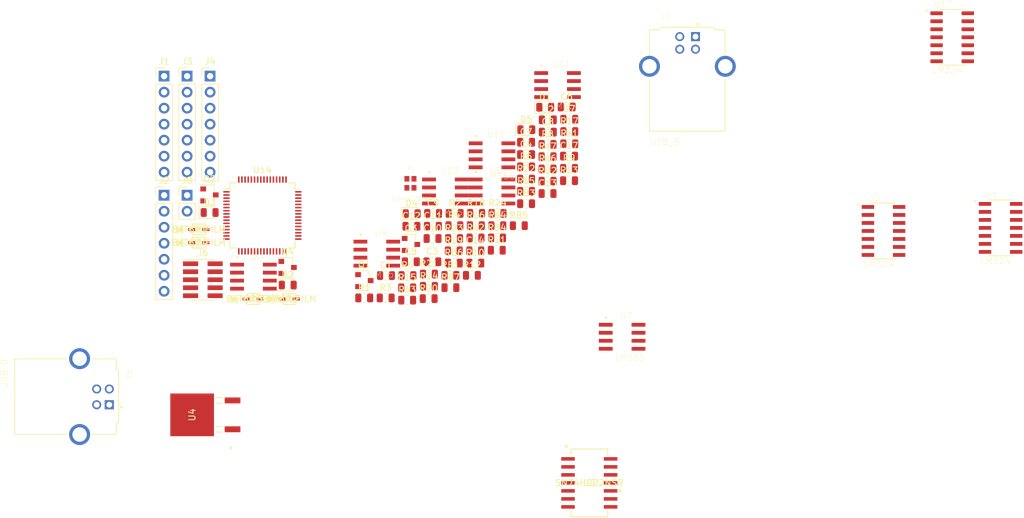
<source format=kicad_pcb>
(kicad_pcb (version 20171130) (host pcbnew "(5.0.1)-4")
  (layers (0 F.Cu signal) (31 B.Cu signal) (34 B.Paste user) (35 F.Paste user) (36 B.SilkS user) (37 F.SilkS user) (38 B.Mask user) (39 F.Mask user) (44 Edge.Cuts user))
  (net 0 "")
  (net 1 "Net-(Q1-Pad3)")
  (net 2 "Net-(D3-Pad2)")
  (net 3 "Net-(D2-Pad2)")
  (net 4 "Net-(Q2-Pad3)")
  (net 5 "Net-(Q3-Pad3)")
  (net 6 GND)
  (net 7 "Net-(C1-Pad2)")
  (net 8 "Net-(C2-Pad2)")
  (net 9 "Net-(C3-Pad2)")
  (net 10 "Net-(C4-Pad2)")
  (net 11 "Net-(C5-Pad2)")
  (net 12 +3V3)
  (net 13 "Net-(C7-Pad1)")
  (net 14 "Net-(C10-Pad1)")
  (net 15 "Net-(C12-Pad2)")
  (net 16 "Net-(C14-Pad2)")
  (net 17 GNDREF)
  (net 18 "Net-(C17-Pad1)")
  (net 19 "Net-(CR1-Pad1)")
  (net 20 "Net-(CR2-Pad2)")
  (net 21 "Net-(CR3-Pad1)")
  (net 22 "Net-(CR3-Pad2)")
  (net 23 "Net-(CR4-Pad2)")
  (net 24 "Net-(CR4-Pad1)")
  (net 25 "Net-(D1-Pad2)")
  (net 26 "Net-(D4-Pad2)")
  (net 27 "Net-(D5-Pad2)")
  (net 28 /T7)
  (net 29 /T8)
  (net 30 /T9)
  (net 31 /T10)
  (net 32 /T11)
  (net 33 /T12)
  (net 34 /T13)
  (net 35 +5V)
  (net 36 /AUDIO_SIGNAL)
  (net 37 /SIGNAL)
  (net 38 /ADSR_OUT)
  (net 39 "Net-(J2-Pad6)")
  (net 40 /L1)
  (net 41 /L2)
  (net 42 /L3)
  (net 43 /L4)
  (net 44 /L5)
  (net 45 /L6)
  (net 46 /L7)
  (net 47 /D13)
  (net 48 /D12)
  (net 49 /D11)
  (net 50 /D10)
  (net 51 /D9)
  (net 52 /D8)
  (net 53 /D7)
  (net 54 /SWDIO)
  (net 55 /SWCLK)
  (net 56 "Net-(J6-Pad6)")
  (net 57 "Net-(J6-Pad7)")
  (net 58 "Net-(J6-Pad8)")
  (net 59 "Net-(J6-Pad9)")
  (net 60 "Net-(J6-Pad10)")
  (net 61 "Net-(Q1-Pad1)")
  (net 62 "Net-(Q2-Pad1)")
  (net 63 "Net-(Q3-Pad1)")
  (net 64 "Net-(Q4-Pad3)")
  (net 65 /LED1)
  (net 66 /LED2)
  (net 67 /LED3)
  (net 68 /LED4)
  (net 69 VCC)
  (net 70 "Net-(R6-Pad2)")
  (net 71 "Net-(R8-Pad2)")
  (net 72 "Net-(R10-Pad2)")
  (net 73 "Net-(R14-Pad1)")
  (net 74 "Net-(R17-Pad2)")
  (net 75 "Net-(RA1-Pad1)")
  (net 76 "Net-(RA2-Pad1)")
  (net 77 "Net-(RA3-Pad1)")
  (net 78 "Net-(RA4-Pad1)")
  (net 79 "Net-(RA5-Pad1)")
  (net 80 "Net-(RA6-Pad1)")
  (net 81 "Net-(RA7-Pad1)")
  (net 82 "Net-(U14-Pad2)")
  (net 83 "Net-(U14-Pad3)")
  (net 84 "Net-(U14-Pad4)")
  (net 85 /AUDIO_SINGAL)
  (net 86 "Net-(U14-Pad37)")
  (net 87 "Net-(U14-Pad38)")
  (net 88 "Net-(U14-Pad39)")
  (net 89 "Net-(U14-Pad40)")
  (net 90 "Net-(U14-Pad41)")
  (net 91 "Net-(U14-Pad42)")
  (net 92 "Net-(U14-Pad44)")
  (net 93 "Net-(U14-Pad45)")
  (net 94 "Net-(U14-Pad50)")
  (net 95 "Net-(U14-Pad51)")
  (net 96 "Net-(U14-Pad52)")
  (net 97 "Net-(U14-Pad53)")
  (net 98 "Net-(U14-Pad54)")
  (net 99 "Net-(U14-Pad55)")
  (net 100 "Net-(U14-Pad61)")
  (net 101 "Net-(U14-Pad62)")
  (net 102 "Net-(U3-Pad5)")
  (net 103 "Net-(U3-Pad3)")
  (net 104 "Net-(U5-Pad3)")
  (net 105 "Net-(U5-Pad5)")
  (net 106 "Net-(U7-Pad3)")
  (net 107 "Net-(U7-Pad5)")
  (net 108 "Net-(U9-Pad3)")
  (net 109 "Net-(U9-Pad5)")
  (net 110 "Net-(U11-Pad5)")
  (net 111 "Net-(U11-Pad3)")
  (net 112 "Net-(U13-Pad3)")
  (net 113 "Net-(U13-Pad5)")
  (net 114 "Net-(U16-Pad5)")
  (net 115 "Net-(U16-Pad3)")
  (net 116 /3A)
  (net 117 /2B)
  (net 118 "Net-(U6-Pad1)")
  (net 119 "Net-(U6-Pad2)")
  (net 120 "Net-(U6-Pad3)")
  (net 121 "Net-(U6-Pad11)")
  (net 122 "Net-(U6-Pad12)")
  (net 123 "Net-(U6-Pad13)")
  (net 124 "Net-(J5-Pad2)")
  (net 125 "Net-(J5-Pad3)")
  (net 126 "Net-(J7-Pad2)")
  (net 127 "Net-(J7-Pad3)")
  (net 128 +5VD)
  (net 129 Earth)
  (module Capacitor_SMD:C_0805_2012Metric (layer F.Cu) (at 69.361581 58.819121)
    (fp_text reference C1 (at 0 -1.65) (layer F.SilkS))
    (fp_text value C_0.1uF)
    (pad 1 smd roundrect (at -0.9375 0) (size 0.975 1.4) (layers F.Cu F.Paste F.Mask) (net 6 GND))
    (pad 2 smd roundrect (at 0.9375 0) (size 0.975 1.4) (layers F.Cu F.Paste F.Mask) (net 7 "Net-(C1-Pad2)"))
  )
  (module Capacitor_SMD:C_0805_2012Metric (layer F.Cu) (at 95.051581 34.099121)
    (fp_text reference C2 (at 0 -1.65) (layer F.SilkS))
    (fp_text value C_0.1uF)
    (pad 1 smd roundrect (at -0.9375 0) (size 0.975 1.4) (layers F.Cu F.Paste F.Mask) (net 6 GND))
    (pad 2 smd roundrect (at 0.9375 0) (size 0.975 1.4) (layers F.Cu F.Paste F.Mask) (net 8 "Net-(C2-Pad2)"))
  )
  (module Capacitor_SMD:C_0805_2012Metric (layer F.Cu) (at 76.721581 56.629121)
    (fp_text reference C3 (at 0 -1.65) (layer F.SilkS))
    (fp_text value C_0.1uF)
    (pad 2 smd roundrect (at 0.9375 0) (size 0.975 1.4) (layers F.Cu F.Paste F.Mask) (net 9 "Net-(C3-Pad2)"))
    (pad 1 smd roundrect (at -0.9375 0) (size 0.975 1.4) (layers F.Cu F.Paste F.Mask) (net 6 GND))
  )
  (module Capacitor_SMD:C_0805_2012Metric (layer F.Cu) (at 91.601581 39.609121)
    (fp_text reference C4 (at 0 -1.65) (layer F.SilkS))
    (fp_text value C_0.1uF)
    (pad 2 smd roundrect (at 0.9375 0) (size 0.975 1.4) (layers F.Cu F.Paste F.Mask) (net 10 "Net-(C4-Pad2)"))
    (pad 1 smd roundrect (at -0.9375 0) (size 0.975 1.4) (layers F.Cu F.Paste F.Mask) (net 6 GND))
  )
  (module Capacitor_SMD:C_0805_2012Metric (layer F.Cu) (at 73.311581 56.629121)
    (fp_text reference C5 (at 0 -1.65) (layer F.SilkS))
    (fp_text value C_0.1uF)
    (pad 1 smd roundrect (at -0.9375 0) (size 0.975 1.4) (layers F.Cu F.Paste F.Mask) (net 6 GND))
    (pad 2 smd roundrect (at 0.9375 0) (size 0.975 1.4) (layers F.Cu F.Paste F.Mask) (net 11 "Net-(C5-Pad2)"))
  )
  (module Capacitor_SMD:C_0805_2012Metric (layer F.Cu) (at 98.051581 32.059121)
    (fp_text reference C6 (at 0 -1.65) (layer F.SilkS))
    (fp_text value C_0.1uF)
    (pad 2 smd roundrect (at 0.9375 0) (size 0.975 1.4) (layers F.Cu F.Paste F.Mask) (net 6 GND))
    (pad 1 smd roundrect (at -0.9375 0) (size 0.975 1.4) (layers F.Cu F.Paste F.Mask) (net 12 +3V3))
  )
  (module Capacitor_SMD:C_0805_2012Metric (layer F.Cu) (at 91.601581 37.659121)
    (fp_text reference C7 (at 0 -1.65) (layer F.SilkS))
    (fp_text value C_22pF)
    (pad 1 smd roundrect (at -0.9375 0) (size 0.975 1.4) (layers F.Cu F.Paste F.Mask) (net 13 "Net-(C7-Pad1)"))
    (pad 2 smd roundrect (at 0.9375 0) (size 0.975 1.4) (layers F.Cu F.Paste F.Mask) (net 6 GND))
  )
  (module Capacitor_SMD:C_0805_2012Metric (layer F.Cu) (at 95.051581 36.049121)
    (fp_text reference C8 (at 0 -1.65) (layer F.SilkS))
    (fp_text value C_0.1uF)
    (pad 1 smd roundrect (at -0.9375 0) (size 0.975 1.4) (layers F.Cu F.Paste F.Mask) (net 12 +3V3))
    (pad 2 smd roundrect (at 0.9375 0) (size 0.975 1.4) (layers F.Cu F.Paste F.Mask) (net 6 GND))
  )
  (module Capacitor_SMD:C_0805_2012Metric (layer F.Cu) (at 76.851581 48.949121)
    (fp_text reference C9 (at 0 -1.65) (layer F.SilkS))
    (fp_text value C_0.1uF)
    (pad 1 smd roundrect (at -0.9375 0) (size 0.975 1.4) (layers F.Cu F.Paste F.Mask) (net 12 +3V3))
    (pad 2 smd roundrect (at 0.9375 0) (size 0.975 1.4) (layers F.Cu F.Paste F.Mask) (net 6 GND))
  )
  (module Capacitor_SMD:C_0805_2012Metric (layer F.Cu) (at 76.761581 52.939121)
    (fp_text reference C10 (at 0 -1.65) (layer F.SilkS))
    (fp_text value C_22pF)
    (pad 2 smd roundrect (at 0.9375 0) (size 0.975 1.4) (layers F.Cu F.Paste F.Mask) (net 6 GND))
    (pad 1 smd roundrect (at -0.9375 0) (size 0.975 1.4) (layers F.Cu F.Paste F.Mask) (net 14 "Net-(C10-Pad1)"))
  )
  (module Capacitor_SMD:C_0805_2012Metric (layer F.Cu) (at 76.811581 50.989121)
    (fp_text reference C11 (at 0 -1.65) (layer F.SilkS))
    (fp_text value C_0.1uF)
    (pad 2 smd roundrect (at 0.9375 0) (size 0.975 1.4) (layers F.Cu F.Paste F.Mask) (net 6 GND))
    (pad 1 smd roundrect (at -0.9375 0) (size 0.975 1.4) (layers F.Cu F.Paste F.Mask) (net 12 +3V3))
  )
  (module Capacitor_SMD:C_0805_2012Metric (layer F.Cu) (at 73.401581 50.989121)
    (fp_text reference C12 (at 0 -1.65) (layer F.SilkS))
    (fp_text value C_0.1uF)
    (pad 2 smd roundrect (at 0.9375 0) (size 0.975 1.4) (layers F.Cu F.Paste F.Mask) (net 15 "Net-(C12-Pad2)"))
    (pad 1 smd roundrect (at -0.9375 0) (size 0.975 1.4) (layers F.Cu F.Paste F.Mask) (net 6 GND))
  )
  (module Capacitor_SMD:C_0805_2012Metric (layer F.Cu) (at 95.011581 45.799121)
    (fp_text reference C13 (at 0 -1.65) (layer F.SilkS))
    (fp_text value C_0.1uF)
    (pad 1 smd roundrect (at -0.9375 0) (size 0.975 1.4) (layers F.Cu F.Paste F.Mask) (net 12 +3V3))
    (pad 2 smd roundrect (at 0.9375 0) (size 0.975 1.4) (layers F.Cu F.Paste F.Mask) (net 6 GND))
  )
  (module Capacitor_SMD:C_0805_2012Metric (layer F.Cu) (at 83.541581 54.889121)
    (fp_text reference C14 (at 0 -1.65) (layer F.SilkS))
    (fp_text value C_0.1uF)
    (pad 2 smd roundrect (at 0.9375 0) (size 0.975 1.4) (layers F.Cu F.Paste F.Mask) (net 16 "Net-(C14-Pad2)"))
    (pad 1 smd roundrect (at -0.9375 0) (size 0.975 1.4) (layers F.Cu F.Paste F.Mask) (net 6 GND))
  )
  (module Capacitor_SMD:C_0805_2012Metric (layer F.Cu) (at 98.421581 39.859121)
    (fp_text reference C17 (at 0 -1.65) (layer F.SilkS))
    (fp_text value C_2.2uF)
    (pad 1 smd roundrect (at -0.9375 0) (size 0.975 1.4) (layers F.Cu F.Paste F.Mask) (net 18 "Net-(C17-Pad1)"))
    (pad 2 smd roundrect (at 0.9375 0) (size 0.975 1.4) (layers F.Cu F.Paste F.Mask) (net 17 GNDREF))
  )
  (module BAT60JFILM:BAT60JFILM (layer F.Cu) (at 39.659581 51.498221)
    (fp_text reference CR1 (at 0 0) (layer F.SilkS))
    (fp_text value BAT60JFILM (at 0 0) (layer F.SilkS))
    (fp_text user * (at 0 0) (layer F.SilkS))
    (pad 1 smd rect (at -1.1176 0) (size 1.1684 0.4826) (layers F.Cu F.Paste F.Mask) (net 19 "Net-(CR1-Pad1)"))
    (pad 2 smd rect (at 1.1176 0) (size 1.1684 0.4826) (layers F.Cu F.Paste F.Mask) (net 116 /3A))
  )
  (module BAT60JFILM:BAT60JFILM (layer F.Cu) (at 54.019581 62.548221)
    (fp_text reference CR2 (at 0 0) (layer F.SilkS))
    (fp_text value BAT60JFILM (at 0 0) (layer F.SilkS))
    (fp_text user * (at 0 0) (layer F.SilkS))
    (pad 2 smd rect (at 1.1176 0) (size 1.1684 0.4826) (layers F.Cu F.Paste F.Mask) (net 20 "Net-(CR2-Pad2)"))
    (pad 1 smd rect (at -1.1176 0) (size 1.1684 0.4826) (layers F.Cu F.Paste F.Mask) (net 116 /3A))
  )
  (module BAT60JFILM:BAT60JFILM (layer F.Cu) (at 48.309581 62.548221)
    (fp_text reference CR3 (at 0 0) (layer F.SilkS))
    (fp_text value BAT60JFILM (at 0 0) (layer F.SilkS))
    (fp_text user * (at 0 0) (layer F.SilkS))
    (pad 2 smd rect (at 1.1176 0) (size 1.1684 0.4826) (layers F.Cu F.Paste F.Mask) (net 22 "Net-(CR3-Pad2)"))
    (pad 1 smd rect (at -1.1176 0) (size 1.1684 0.4826) (layers F.Cu F.Paste F.Mask) (net 21 "Net-(CR3-Pad1)"))
  )
  (module BAT60JFILM:BAT60JFILM (layer F.Cu) (at 39.659581 53.598221)
    (fp_text reference CR4 (at 0 0) (layer F.SilkS))
    (fp_text value BAT60JFILM (at 0 0) (layer F.SilkS))
    (fp_text user * (at 0 0) (layer F.SilkS))
    (pad 1 smd rect (at -1.1176 0) (size 1.1684 0.4826) (layers F.Cu F.Paste F.Mask) (net 24 "Net-(CR4-Pad1)"))
    (pad 2 smd rect (at 1.1176 0) (size 1.1684 0.4826) (layers F.Cu F.Paste F.Mask) (net 23 "Net-(CR4-Pad2)"))
  )
  (module Diode_SMD:D_0805_2012Metric (layer F.Cu) (at 94.641581 32.104121)
    (fp_text reference D1 (at 0 -1.65) (layer F.SilkS))
    (fp_text value LED)
    (pad 1 smd roundrect (at -0.9375 0) (size 0.975 1.4) (layers F.Cu F.Paste F.Mask) (net 6 GND))
    (pad 2 smd roundrect (at 0.9375 0) (size 0.975 1.4) (layers F.Cu F.Paste F.Mask) (net 25 "Net-(D1-Pad2)"))
  )
  (module Diode_SMD:D_0805_2012Metric (layer F.Cu) (at 53.771581 60.324121)
    (fp_text reference D2 (at 0 -1.65) (layer F.SilkS))
    (fp_text value LED)
    (pad 1 smd roundrect (at -0.9375 0) (size 0.975 1.4) (layers F.Cu F.Paste F.Mask) (net 6 GND))
    (pad 2 smd roundrect (at 0.9375 0) (size 0.975 1.4) (layers F.Cu F.Paste F.Mask) (net 3 "Net-(D2-Pad2)"))
  )
  (module Diode_SMD:D_0805_2012Metric (layer F.Cu) (at 41.371581 48.814121)
    (fp_text reference D3 (at 0 -1.65) (layer F.SilkS))
    (fp_text value LED)
    (pad 2 smd roundrect (at 0.9375 0) (size 0.975 1.4) (layers F.Cu F.Paste F.Mask) (net 2 "Net-(D3-Pad2)"))
    (pad 1 smd roundrect (at -0.9375 0) (size 0.975 1.4) (layers F.Cu F.Paste F.Mask) (net 6 GND))
  )
  (module Diode_SMD:D_0805_2012Metric (layer F.Cu) (at 73.441581 48.994121)
    (fp_text reference D4 (at 0 -1.65) (layer F.SilkS))
    (fp_text value LED)
    (pad 2 smd roundrect (at 0.9375 0) (size 0.975 1.4) (layers F.Cu F.Paste F.Mask) (net 26 "Net-(D4-Pad2)"))
    (pad 1 smd roundrect (at -0.9375 0) (size 0.975 1.4) (layers F.Cu F.Paste F.Mask) (net 6 GND))
  )
  (module Diode_SMD:D_0805_2012Metric (layer F.Cu) (at 91.641581 35.664121)
    (fp_text reference D5 (at 0 -1.65) (layer F.SilkS))
    (fp_text value LED)
    (pad 1 smd roundrect (at -0.9375 0) (size 0.975 1.4) (layers F.Cu F.Paste F.Mask) (net 6 GND))
    (pad 2 smd roundrect (at 0.9375 0) (size 0.975 1.4) (layers F.Cu F.Paste F.Mask) (net 27 "Net-(D5-Pad2)"))
  )
  (module Connector_PinHeader_2.54mm:PinHeader_1x07_P2.54mm_Vertical (layer F.Cu) (at 34.151581 27.169121)
    (fp_text reference J1 (at 0 -2.33) (layer F.SilkS))
    (fp_text value Conn_01x07_Male)
    (pad 7 thru_hole oval (at 0 15.24) (size 1.7 1.7) (drill 1) (layers *.Cu *.Mask) (net 34 /T13))
    (pad 6 thru_hole oval (at 0 12.7) (size 1.7 1.7) (drill 1) (layers *.Cu *.Mask) (net 33 /T12))
    (pad 5 thru_hole oval (at 0 10.16) (size 1.7 1.7) (drill 1) (layers *.Cu *.Mask) (net 32 /T11))
    (pad 4 thru_hole oval (at 0 7.62) (size 1.7 1.7) (drill 1) (layers *.Cu *.Mask) (net 31 /T10))
    (pad 3 thru_hole oval (at 0 5.08) (size 1.7 1.7) (drill 1) (layers *.Cu *.Mask) (net 30 /T9))
    (pad 2 thru_hole oval (at 0 2.54) (size 1.7 1.7) (drill 1) (layers *.Cu *.Mask) (net 29 /T8))
    (pad 1 thru_hole rect (at 0 0) (size 1.7 1.7) (drill 1) (layers *.Cu *.Mask) (net 28 /T7))
  )
  (module Connector_PinHeader_2.54mm:PinHeader_1x07_P2.54mm_Vertical (layer F.Cu) (at 34.151581 46.069121)
    (fp_text reference J2 (at 0 -2.33) (layer F.SilkS))
    (fp_text value Conn_01x07_Male)
    (pad 7 thru_hole oval (at 0 15.24) (size 1.7 1.7) (drill 1) (layers *.Cu *.Mask) (net 6 GND))
    (pad 6 thru_hole oval (at 0 12.7) (size 1.7 1.7) (drill 1) (layers *.Cu *.Mask) (net 39 "Net-(J2-Pad6)"))
    (pad 5 thru_hole oval (at 0 10.16) (size 1.7 1.7) (drill 1) (layers *.Cu *.Mask) (net 38 /ADSR_OUT))
    (pad 4 thru_hole oval (at 0 7.62) (size 1.7 1.7) (drill 1) (layers *.Cu *.Mask) (net 37 /SIGNAL))
    (pad 3 thru_hole oval (at 0 5.08) (size 1.7 1.7) (drill 1) (layers *.Cu *.Mask) (net 36 /AUDIO_SIGNAL))
    (pad 2 thru_hole oval (at 0 2.54) (size 1.7 1.7) (drill 1) (layers *.Cu *.Mask) (net 12 +3V3))
    (pad 1 thru_hole rect (at 0 0) (size 1.7 1.7) (drill 1) (layers *.Cu *.Mask) (net 35 +5V))
  )
  (module Connector_PinHeader_2.54mm:PinHeader_1x07_P2.54mm_Vertical (layer F.Cu) (at 37.801581 27.169121)
    (fp_text reference J3 (at 0 -2.33) (layer F.SilkS))
    (fp_text value Conn_01x07_Male)
    (pad 1 thru_hole rect (at 0 0) (size 1.7 1.7) (drill 1) (layers *.Cu *.Mask) (net 40 /L1))
    (pad 2 thru_hole oval (at 0 2.54) (size 1.7 1.7) (drill 1) (layers *.Cu *.Mask) (net 41 /L2))
    (pad 3 thru_hole oval (at 0 5.08) (size 1.7 1.7) (drill 1) (layers *.Cu *.Mask) (net 42 /L3))
    (pad 4 thru_hole oval (at 0 7.62) (size 1.7 1.7) (drill 1) (layers *.Cu *.Mask) (net 43 /L4))
    (pad 5 thru_hole oval (at 0 10.16) (size 1.7 1.7) (drill 1) (layers *.Cu *.Mask) (net 44 /L5))
    (pad 6 thru_hole oval (at 0 12.7) (size 1.7 1.7) (drill 1) (layers *.Cu *.Mask) (net 45 /L6))
    (pad 7 thru_hole oval (at 0 15.24) (size 1.7 1.7) (drill 1) (layers *.Cu *.Mask) (net 46 /L7))
  )
  (module Connector_PinHeader_2.54mm:PinHeader_1x07_P2.54mm_Vertical (layer F.Cu) (at 41.451581 27.169121)
    (fp_text reference J4 (at 0 -2.33) (layer F.SilkS))
    (fp_text value Conn_01x07_Male)
    (pad 1 thru_hole rect (at 0 0) (size 1.7 1.7) (drill 1) (layers *.Cu *.Mask) (net 53 /D7))
    (pad 2 thru_hole oval (at 0 2.54) (size 1.7 1.7) (drill 1) (layers *.Cu *.Mask) (net 52 /D8))
    (pad 3 thru_hole oval (at 0 5.08) (size 1.7 1.7) (drill 1) (layers *.Cu *.Mask) (net 51 /D9))
    (pad 4 thru_hole oval (at 0 7.62) (size 1.7 1.7) (drill 1) (layers *.Cu *.Mask) (net 50 /D10))
    (pad 5 thru_hole oval (at 0 10.16) (size 1.7 1.7) (drill 1) (layers *.Cu *.Mask) (net 49 /D11))
    (pad 6 thru_hole oval (at 0 12.7) (size 1.7 1.7) (drill 1) (layers *.Cu *.Mask) (net 48 /D12))
    (pad 7 thru_hole oval (at 0 15.24) (size 1.7 1.7) (drill 1) (layers *.Cu *.Mask) (net 47 /D13))
  )
  (module AU-Y1007:ASSMANN_AU-Y1007 (layer F.Cu) (at 18.68932 78.03388 270)
    (fp_text reference J5 (at -3.5 -9.885 270) (layer F.SilkS) (effects (font (thickness 0.05))))
    (fp_text value USB_B (at -3.615 9.915 270) (layer F.SilkS) (effects (font (thickness 0.05))))
    (pad 1 thru_hole rect (at 1.29 -6.76 270) (size 1.428 1.428) (drill 0.92) (layers *.Cu *.Mask) (net 69 VCC))
    (pad 2 thru_hole circle (at -1.21 -6.76 270) (size 1.428 1.428) (drill 0.92) (layers *.Cu *.Mask) (net 124 "Net-(J5-Pad2)"))
    (pad 3 thru_hole circle (at -1.21 -4.76 270) (size 1.428 1.428) (drill 0.92) (layers *.Cu *.Mask) (net 125 "Net-(J5-Pad3)"))
    (pad 4 thru_hole circle (at 1.29 -4.76 270) (size 1.428 1.428) (drill 0.92) (layers *.Cu *.Mask) (net 6 GND))
    (pad S1 thru_hole circle (at -6.02 -2.05 270) (size 3.316 3.316) (drill 2.3) (layers *.Cu *.Mask))
    (pad S2 thru_hole circle (at 6.02 -2.05 270) (size 3.316 3.316) (drill 2.3) (layers *.Cu *.Mask))
  )
  (module Connector_PinHeader_1.27mm:PinHeader_2x05_P1.27mm_Vertical_SMD (layer F.Cu) (at 40.301581 59.479121)
    (fp_text reference J6 (at 0 -4.235) (layer F.SilkS))
    (fp_text value Conn_ARM_JTAG_SWD_10)
    (pad 1 smd rect (at -1.95 -2.54) (size 2.4 0.74) (layers F.Cu F.Paste F.Mask) (net 12 +3V3))
    (pad 2 smd rect (at 1.95 -2.54) (size 2.4 0.74) (layers F.Cu F.Paste F.Mask) (net 54 /SWDIO))
    (pad 3 smd rect (at -1.95 -1.27) (size 2.4 0.74) (layers F.Cu F.Paste F.Mask) (net 6 GND))
    (pad 4 smd rect (at 1.95 -1.27) (size 2.4 0.74) (layers F.Cu F.Paste F.Mask) (net 55 /SWCLK))
    (pad 5 smd rect (at -1.95 0) (size 2.4 0.74) (layers F.Cu F.Paste F.Mask) (net 6 GND))
    (pad 6 smd rect (at 1.95 0) (size 2.4 0.74) (layers F.Cu F.Paste F.Mask) (net 56 "Net-(J6-Pad6)"))
    (pad 7 smd rect (at -1.95 1.27) (size 2.4 0.74) (layers F.Cu F.Paste F.Mask) (net 57 "Net-(J6-Pad7)"))
    (pad 8 smd rect (at 1.95 1.27) (size 2.4 0.74) (layers F.Cu F.Paste F.Mask) (net 58 "Net-(J6-Pad8)"))
    (pad 9 smd rect (at -1.95 2.54) (size 2.4 0.74) (layers F.Cu F.Paste F.Mask) (net 59 "Net-(J6-Pad9)"))
    (pad 10 smd rect (at 1.95 2.54) (size 2.4 0.74) (layers F.Cu F.Paste F.Mask) (net 60 "Net-(J6-Pad10)"))
  )
  (module AU-Y1007:ASSMANN_AU-Y1007 (layer F.Cu) (at 117.20576 27.65298)
    (fp_text reference J7 (at -3.5 -9.885) (layer F.SilkS) (effects (font (thickness 0.05))))
    (fp_text value USB_B (at -3.615 9.915) (layer F.SilkS) (effects (font (thickness 0.05))))
    (pad S2 thru_hole circle (at 6.02 -2.05) (size 3.316 3.316) (drill 2.3) (layers *.Cu *.Mask))
    (pad S1 thru_hole circle (at -6.02 -2.05) (size 3.316 3.316) (drill 2.3) (layers *.Cu *.Mask))
    (pad 4 thru_hole circle (at 1.29 -4.76) (size 1.428 1.428) (drill 0.92) (layers *.Cu *.Mask) (net 129 Earth))
    (pad 3 thru_hole circle (at -1.21 -4.76) (size 1.428 1.428) (drill 0.92) (layers *.Cu *.Mask) (net 127 "Net-(J7-Pad3)"))
    (pad 2 thru_hole circle (at -1.21 -6.76) (size 1.428 1.428) (drill 0.92) (layers *.Cu *.Mask) (net 126 "Net-(J7-Pad2)"))
    (pad 1 thru_hole rect (at 1.29 -6.76) (size 1.428 1.428) (drill 0.92) (layers *.Cu *.Mask) (net 128 +5VD))
  )
  (module Connector_PinHeader_2.54mm:PinHeader_1x02_P2.54mm_Vertical (layer F.Cu) (at 37.801581 46.069121)
    (fp_text reference J8 (at 0 -2.33) (layer F.SilkS))
    (fp_text value Conn_01x02_Male)
    (pad 1 thru_hole rect (at 0 0) (size 1.7 1.7) (drill 1) (layers *.Cu *.Mask) (net 128 +5VD))
    (pad 2 thru_hole oval (at 0 2.54) (size 1.7 1.7) (drill 1) (layers *.Cu *.Mask) (net 129 Earth))
  )
  (module Package_TO_SOT_SMD:SOT-23 (layer F.Cu) (at 65.931581 59.619121)
    (fp_text reference Q1 (at 0 -2.5) (layer F.SilkS))
    (fp_text value MMBT3904)
    (pad 1 smd rect (at -1 -0.95) (size 0.9 0.8) (layers F.Cu F.Paste F.Mask) (net 61 "Net-(Q1-Pad1)"))
    (pad 2 smd rect (at -1 0.95) (size 0.9 0.8) (layers F.Cu F.Paste F.Mask) (net 23 "Net-(CR4-Pad2)"))
    (pad 3 smd rect (at 1 0) (size 0.9 0.8) (layers F.Cu F.Paste F.Mask) (net 1 "Net-(Q1-Pad3)"))
  )
  (module Package_TO_SOT_SMD:SOT-23 (layer F.Cu) (at 41.351581 46.019121)
    (fp_text reference Q2 (at 0 -2.5) (layer F.SilkS))
    (fp_text value MMBT3904)
    (pad 3 smd rect (at 1 0) (size 0.9 0.8) (layers F.Cu F.Paste F.Mask) (net 4 "Net-(Q2-Pad3)"))
    (pad 2 smd rect (at -1 0.95) (size 0.9 0.8) (layers F.Cu F.Paste F.Mask) (net 20 "Net-(CR2-Pad2)"))
    (pad 1 smd rect (at -1 -0.95) (size 0.9 0.8) (layers F.Cu F.Paste F.Mask) (net 62 "Net-(Q2-Pad1)"))
  )
  (module Package_TO_SOT_SMD:SOT-23 (layer F.Cu) (at 73.331581 53.879121)
    (fp_text reference Q3 (at 0 -2.5) (layer F.SilkS))
    (fp_text value MMBT3904)
    (pad 3 smd rect (at 1 0) (size 0.9 0.8) (layers F.Cu F.Paste F.Mask) (net 5 "Net-(Q3-Pad3)"))
    (pad 2 smd rect (at -1 0.95) (size 0.9 0.8) (layers F.Cu F.Paste F.Mask) (net 1 "Net-(Q1-Pad3)"))
    (pad 1 smd rect (at -1 -0.95) (size 0.9 0.8) (layers F.Cu F.Paste F.Mask) (net 63 "Net-(Q3-Pad1)"))
  )
  (module Package_TO_SOT_SMD:SOT-23 (layer F.Cu) (at 53.751581 57.529121)
    (fp_text reference Q4 (at 0 -2.5) (layer F.SilkS))
    (fp_text value MMBT3904)
    (pad 1 smd rect (at -1 -0.95) (size 0.9 0.8) (layers F.Cu F.Paste F.Mask) (net 63 "Net-(Q3-Pad1)"))
    (pad 2 smd rect (at -1 0.95) (size 0.9 0.8) (layers F.Cu F.Paste F.Mask) (net 17 GNDREF))
    (pad 3 smd rect (at 1 0) (size 0.9 0.8) (layers F.Cu F.Paste F.Mask) (net 64 "Net-(Q4-Pad3)"))
  )
  (module Resistor_SMD:R_0805_2012Metric (layer F.Cu) (at 65.911581 62.369121)
    (fp_text reference R1 (at 0 -1.65) (layer F.SilkS))
    (fp_text value R_200)
    (pad 2 smd roundrect (at 0.9375 0) (size 0.975 1.4) (layers F.Cu F.Paste F.Mask) (net 25 "Net-(D1-Pad2)"))
    (pad 1 smd roundrect (at -0.9375 0) (size 0.975 1.4) (layers F.Cu F.Paste F.Mask) (net 12 +3V3))
  )
  (module Resistor_SMD:R_0805_2012Metric (layer F.Cu) (at 80.261581 48.949121)
    (fp_text reference R2 (at 0 -1.65) (layer F.SilkS))
    (fp_text value R_200)
    (pad 1 smd roundrect (at -0.9375 0) (size 0.975 1.4) (layers F.Cu F.Paste F.Mask) (net 65 /LED1))
    (pad 2 smd roundrect (at 0.9375 0) (size 0.975 1.4) (layers F.Cu F.Paste F.Mask) (net 3 "Net-(D2-Pad2)"))
  )
  (module Resistor_SMD:R_0805_2012Metric (layer F.Cu) (at 69.321581 62.369121)
    (fp_text reference R3 (at 0 -1.65) (layer F.SilkS))
    (fp_text value R_200)
    (pad 1 smd roundrect (at -0.9375 0) (size 0.975 1.4) (layers F.Cu F.Paste F.Mask) (net 66 /LED2))
    (pad 2 smd roundrect (at 0.9375 0) (size 0.975 1.4) (layers F.Cu F.Paste F.Mask) (net 2 "Net-(D3-Pad2)"))
  )
  (module Resistor_SMD:R_0805_2012Metric (layer F.Cu) (at 80.221581 50.899121)
    (fp_text reference R4 (at 0 -1.65) (layer F.SilkS))
    (fp_text value R_200)
    (pad 2 smd roundrect (at 0.9375 0) (size 0.975 1.4) (layers F.Cu F.Paste F.Mask) (net 26 "Net-(D4-Pad2)"))
    (pad 1 smd roundrect (at -0.9375 0) (size 0.975 1.4) (layers F.Cu F.Paste F.Mask) (net 67 /LED3))
  )
  (module Resistor_SMD:R_0805_2012Metric (layer F.Cu) (at 72.771581 58.819121)
    (fp_text reference R5 (at 0 -1.65) (layer F.SilkS))
    (fp_text value R_200)
    (pad 1 smd roundrect (at -0.9375 0) (size 0.975 1.4) (layers F.Cu F.Paste F.Mask) (net 68 /LED4))
    (pad 2 smd roundrect (at 0.9375 0) (size 0.975 1.4) (layers F.Cu F.Paste F.Mask) (net 27 "Net-(D5-Pad2)"))
  )
  (module Resistor_SMD:R_0805_2012Metric (layer F.Cu) (at 91.601581 41.559121)
    (fp_text reference R6 (at 0 -1.65) (layer F.SilkS))
    (fp_text value R_0)
    (pad 1 smd roundrect (at -0.9375 0) (size 0.975 1.4) (layers F.Cu F.Paste F.Mask) (net 12 +3V3))
    (pad 2 smd roundrect (at 0.9375 0) (size 0.975 1.4) (layers F.Cu F.Paste F.Mask) (net 70 "Net-(R6-Pad2)"))
  )
  (module Resistor_SMD:R_0805_2012Metric (layer F.Cu) (at 98.461581 34.009121)
    (fp_text reference R7 (at 0 -1.65) (layer F.SilkS))
    (fp_text value R_0)
    (pad 2 smd roundrect (at 0.9375 0) (size 0.975 1.4) (layers F.Cu F.Paste F.Mask) (net 6 GND))
    (pad 1 smd roundrect (at -0.9375 0) (size 0.975 1.4) (layers F.Cu F.Paste F.Mask) (net 70 "Net-(R6-Pad2)"))
  )
  (module Resistor_SMD:R_0805_2012Metric (layer F.Cu) (at 95.011581 37.999121)
    (fp_text reference R8 (at 0 -1.65) (layer F.SilkS))
    (fp_text value R_0)
    (pad 1 smd roundrect (at -0.9375 0) (size 0.975 1.4) (layers F.Cu F.Paste F.Mask) (net 12 +3V3))
    (pad 2 smd roundrect (at 0.9375 0) (size 0.975 1.4) (layers F.Cu F.Paste F.Mask) (net 71 "Net-(R8-Pad2)"))
  )
  (module Resistor_SMD:R_0805_2012Metric (layer F.Cu) (at 98.421581 41.809121)
    (fp_text reference R9 (at 0 -1.65) (layer F.SilkS))
    (fp_text value R_0)
    (pad 2 smd roundrect (at 0.9375 0) (size 0.975 1.4) (layers F.Cu F.Paste F.Mask) (net 6 GND))
    (pad 1 smd roundrect (at -0.9375 0) (size 0.975 1.4) (layers F.Cu F.Paste F.Mask) (net 71 "Net-(R8-Pad2)"))
  )
  (module Resistor_SMD:R_0805_2012Metric (layer F.Cu) (at 83.541581 56.839121)
    (fp_text reference R10 (at 0 -1.65) (layer F.SilkS))
    (fp_text value R_1K)
    (pad 2 smd roundrect (at 0.9375 0) (size 0.975 1.4) (layers F.Cu F.Paste F.Mask) (net 72 "Net-(R10-Pad2)"))
    (pad 1 smd roundrect (at -0.9375 0) (size 0.975 1.4) (layers F.Cu F.Paste F.Mask) (net 69 VCC))
  )
  (module Resistor_SMD:R_0805_2012Metric (layer F.Cu) (at 86.951581 54.799121)
    (fp_text reference R11 (at 0 -1.65) (layer F.SilkS))
    (fp_text value R_4K)
    (pad 2 smd roundrect (at 0.9375 0) (size 0.975 1.4) (layers F.Cu F.Paste F.Mask) (net 17 GNDREF))
    (pad 1 smd roundrect (at -0.9375 0) (size 0.975 1.4) (layers F.Cu F.Paste F.Mask) (net 72 "Net-(R10-Pad2)"))
  )
  (module Resistor_SMD:R_0805_2012Metric (layer F.Cu) (at 83.001581 58.789121)
    (fp_text reference R12 (at 0 -1.65) (layer F.SilkS))
    (fp_text value R_200)
    (pad 2 smd roundrect (at 0.9375 0) (size 0.975 1.4) (layers F.Cu F.Paste F.Mask) (net 117 /2B))
    (pad 1 smd roundrect (at -0.9375 0) (size 0.975 1.4) (layers F.Cu F.Paste F.Mask) (net 61 "Net-(Q1-Pad1)"))
  )
  (module Resistor_SMD:R_0805_2012Metric (layer F.Cu) (at 98.421581 43.759121)
    (fp_text reference R13 (at 0 -1.65) (layer F.SilkS))
    (fp_text value R_499K)
    (pad 1 smd roundrect (at -0.9375 0) (size 0.975 1.4) (layers F.Cu F.Paste F.Mask) (net 21 "Net-(CR3-Pad1)"))
    (pad 2 smd roundrect (at 0.9375 0) (size 0.975 1.4) (layers F.Cu F.Paste F.Mask) (net 17 GNDREF))
  )
  (module Resistor_SMD:R_0805_2012Metric (layer F.Cu) (at 76.181581 60.529121)
    (fp_text reference R14 (at 0 -1.65) (layer F.SilkS))
    (fp_text value R_1K)
    (pad 1 smd roundrect (at -0.9375 0) (size 0.975 1.4) (layers F.Cu F.Paste F.Mask) (net 73 "Net-(R14-Pad1)"))
    (pad 2 smd roundrect (at 0.9375 0) (size 0.975 1.4) (layers F.Cu F.Paste F.Mask) (net 19 "Net-(CR1-Pad1)"))
  )
  (module Resistor_SMD:R_0805_2012Metric (layer F.Cu) (at 72.731581 60.769121)
    (fp_text reference R15 (at 0 -1.65) (layer F.SilkS))
    (fp_text value R_200)
    (pad 1 smd roundrect (at -0.9375 0) (size 0.975 1.4) (layers F.Cu F.Paste F.Mask) (net 63 "Net-(Q3-Pad1)"))
    (pad 2 smd roundrect (at 0.9375 0) (size 0.975 1.4) (layers F.Cu F.Paste F.Mask) (net 37 /SIGNAL))
  )
  (module Resistor_SMD:R_0805_2012Metric (layer F.Cu) (at 83.631581 50.899121)
    (fp_text reference R16 (at 0 -1.65) (layer F.SilkS))
    (fp_text value R_200)
    (pad 1 smd roundrect (at -0.9375 0) (size 0.975 1.4) (layers F.Cu F.Paste F.Mask) (net 64 "Net-(Q4-Pad3)"))
    (pad 2 smd roundrect (at 0.9375 0) (size 0.975 1.4) (layers F.Cu F.Paste F.Mask) (net 62 "Net-(Q2-Pad1)"))
  )
  (module Resistor_SMD:R_0805_2012Metric (layer F.Cu) (at 98.461581 35.959121)
    (fp_text reference R17 (at 0 -1.65) (layer F.SilkS))
    (fp_text value R_20K)
    (pad 2 smd roundrect (at 0.9375 0) (size 0.975 1.4) (layers F.Cu F.Paste F.Mask) (net 74 "Net-(R17-Pad2)"))
    (pad 1 smd roundrect (at -0.9375 0) (size 0.975 1.4) (layers F.Cu F.Paste F.Mask) (net 69 VCC))
  )
  (module Resistor_SMD:R_0805_2012Metric (layer F.Cu) (at 83.671581 48.949121)
    (fp_text reference R18 (at 0 -1.65) (layer F.SilkS))
    (fp_text value R_30K)
    (pad 2 smd roundrect (at 0.9375 0) (size 0.975 1.4) (layers F.Cu F.Paste F.Mask) (net 17 GNDREF))
    (pad 1 smd roundrect (at -0.9375 0) (size 0.975 1.4) (layers F.Cu F.Paste F.Mask) (net 74 "Net-(R17-Pad2)"))
  )
  (module Resistor_SMD:R_0805_2012Metric (layer F.Cu) (at 80.131581 54.889121)
    (fp_text reference R19 (at 0 -1.65) (layer F.SilkS))
    (fp_text value R_7K)
    (pad 2 smd roundrect (at 0.9375 0) (size 0.975 1.4) (layers F.Cu F.Paste F.Mask) (net 117 /2B))
    (pad 1 smd roundrect (at -0.9375 0) (size 0.975 1.4) (layers F.Cu F.Paste F.Mask) (net 64 "Net-(Q4-Pad3)"))
  )
  (module Resistor_SMD:R_0805_2012Metric (layer F.Cu) (at 76.141581 62.479121)
    (fp_text reference R20 (at 0 -1.65) (layer F.SilkS))
    (fp_text value R)
    (pad 2 smd roundrect (at 0.9375 0) (size 0.975 1.4) (layers F.Cu F.Paste F.Mask) (net 73 "Net-(R14-Pad1)"))
    (pad 1 smd roundrect (at -0.9375 0) (size 0.975 1.4) (layers F.Cu F.Paste F.Mask) (net 18 "Net-(C17-Pad1)"))
  )
  (module Resistor_SMD:R_0805_2012Metric (layer F.Cu) (at 76.181581 58.579121)
    (fp_text reference R21 (at 0 -1.65) (layer F.SilkS))
    (fp_text value R)
    (pad 1 smd roundrect (at -0.9375 0) (size 0.975 1.4) (layers F.Cu F.Paste F.Mask) (net 18 "Net-(C17-Pad1)"))
    (pad 2 smd roundrect (at 0.9375 0) (size 0.975 1.4) (layers F.Cu F.Paste F.Mask) (net 4 "Net-(Q2-Pad3)"))
  )
  (module Resistor_SMD:R_0805_2012Metric (layer F.Cu) (at 91.601581 43.509121)
    (fp_text reference R22 (at 0 -1.65) (layer F.SilkS))
    (fp_text value R)
    (pad 2 smd roundrect (at 0.9375 0) (size 0.975 1.4) (layers F.Cu F.Paste F.Mask) (net 5 "Net-(Q3-Pad3)"))
    (pad 1 smd roundrect (at -0.9375 0) (size 0.975 1.4) (layers F.Cu F.Paste F.Mask) (net 18 "Net-(C17-Pad1)"))
  )
  (module Resistor_SMD:R_0805_2012Metric (layer F.Cu) (at 80.171581 52.939121)
    (fp_text reference R23 (at 0 -1.65) (layer F.SilkS))
    (fp_text value R_1K)
    (pad 2 smd roundrect (at 0.9375 0) (size 0.975 1.4) (layers F.Cu F.Paste F.Mask) (net 17 GNDREF))
    (pad 1 smd roundrect (at -0.9375 0) (size 0.975 1.4) (layers F.Cu F.Paste F.Mask) (net 12 +3V3))
  )
  (module Resistor_SMD:R_0805_2012Metric (layer F.Cu) (at 87.081581 48.949121)
    (fp_text reference R24 (at 0 -1.65) (layer F.SilkS))
    (fp_text value R_3.2K)
    (pad 1 smd roundrect (at -0.9375 0) (size 0.975 1.4) (layers F.Cu F.Paste F.Mask) (net 17 GNDREF))
    (pad 2 smd roundrect (at 0.9375 0) (size 0.975 1.4) (layers F.Cu F.Paste F.Mask) (net 6 GND))
  )
  (module Resistor_SMD:R_0805_2012Metric (layer F.Cu) (at 98.461581 37.909121)
    (fp_text reference RA1 (at 0 -1.65) (layer F.SilkS))
    (fp_text value "28 k")
    (pad 2 smd roundrect (at 0.9375 0) (size 0.975 1.4) (layers F.Cu F.Paste F.Mask) (net 50 /D10))
    (pad 1 smd roundrect (at -0.9375 0) (size 0.975 1.4) (layers F.Cu F.Paste F.Mask) (net 75 "Net-(RA1-Pad1)"))
  )
  (module Resistor_SMD:R_0805_2012Metric (layer F.Cu) (at 83.581581 52.849121)
    (fp_text reference RA2 (at 0 -1.65) (layer F.SilkS))
    (fp_text value "28 k")
    (pad 1 smd roundrect (at -0.9375 0) (size 0.975 1.4) (layers F.Cu F.Paste F.Mask) (net 76 "Net-(RA2-Pad1)"))
    (pad 2 smd roundrect (at 0.9375 0) (size 0.975 1.4) (layers F.Cu F.Paste F.Mask) (net 47 /D13))
  )
  (module Resistor_SMD:R_0805_2012Metric (layer F.Cu) (at 72.731581 62.719121)
    (fp_text reference RA3 (at 0 -1.65) (layer F.SilkS))
    (fp_text value "28 k")
    (pad 2 smd roundrect (at 0.9375 0) (size 0.975 1.4) (layers F.Cu F.Paste F.Mask) (net 51 /D9))
    (pad 1 smd roundrect (at -0.9375 0) (size 0.975 1.4) (layers F.Cu F.Paste F.Mask) (net 77 "Net-(RA3-Pad1)"))
  )
  (module Resistor_SMD:R_0805_2012Metric (layer F.Cu) (at 87.041581 50.899121)
    (fp_text reference RA4 (at 0 -1.65) (layer F.SilkS))
    (fp_text value "28 k")
    (pad 2 smd roundrect (at 0.9375 0) (size 0.975 1.4) (layers F.Cu F.Paste F.Mask) (net 48 /D12))
    (pad 1 smd roundrect (at -0.9375 0) (size 0.975 1.4) (layers F.Cu F.Paste F.Mask) (net 78 "Net-(RA4-Pad1)"))
  )
  (module Resistor_SMD:R_0805_2012Metric (layer F.Cu) (at 91.601581 45.459121)
    (fp_text reference RA5 (at 0 -1.65) (layer F.SilkS))
    (fp_text value "28 k")
    (pad 2 smd roundrect (at 0.9375 0) (size 0.975 1.4) (layers F.Cu F.Paste F.Mask) (net 52 /D8))
    (pad 1 smd roundrect (at -0.9375 0) (size 0.975 1.4) (layers F.Cu F.Paste F.Mask) (net 79 "Net-(RA5-Pad1)"))
  )
  (module Resistor_SMD:R_0805_2012Metric (layer F.Cu) (at 95.011581 41.899121)
    (fp_text reference RA6 (at 0 -1.65) (layer F.SilkS))
    (fp_text value "28 k")
    (pad 2 smd roundrect (at 0.9375 0) (size 0.975 1.4) (layers F.Cu F.Paste F.Mask) (net 49 /D11))
    (pad 1 smd roundrect (at -0.9375 0) (size 0.975 1.4) (layers F.Cu F.Paste F.Mask) (net 80 "Net-(RA6-Pad1)"))
  )
  (module Resistor_SMD:R_0805_2012Metric (layer F.Cu) (at 95.011581 39.949121)
    (fp_text reference RA7 (at 0 -1.65) (layer F.SilkS))
    (fp_text value "28 k")
    (pad 2 smd roundrect (at 0.9375 0) (size 0.975 1.4) (layers F.Cu F.Paste F.Mask) (net 53 /D7))
    (pad 1 smd roundrect (at -0.9375 0) (size 0.975 1.4) (layers F.Cu F.Paste F.Mask) (net 81 "Net-(RA7-Pad1)"))
  )
  (module Resistor_SMD:R_0805_2012Metric (layer F.Cu) (at 79.591581 58.789121)
    (fp_text reference RB1 (at 0 -1.65) (layer F.SilkS))
    (fp_text value 6.619k)
    (pad 1 smd roundrect (at -0.9375 0) (size 0.975 1.4) (layers F.Cu F.Paste F.Mask) (net 7 "Net-(C1-Pad2)"))
    (pad 2 smd roundrect (at 0.9375 0) (size 0.975 1.4) (layers F.Cu F.Paste F.Mask) (net 75 "Net-(RA1-Pad1)"))
  )
  (module Resistor_SMD:R_0805_2012Metric (layer F.Cu) (at 95.011581 43.849121)
    (fp_text reference RB2 (at 0 -1.65) (layer F.SilkS))
    (fp_text value 13.518k)
    (pad 1 smd roundrect (at -0.9375 0) (size 0.975 1.4) (layers F.Cu F.Paste F.Mask) (net 8 "Net-(C2-Pad2)"))
    (pad 2 smd roundrect (at 0.9375 0) (size 0.975 1.4) (layers F.Cu F.Paste F.Mask) (net 76 "Net-(RA2-Pad1)"))
  )
  (module Resistor_SMD:R_0805_2012Metric (layer F.Cu) (at 91.601581 47.409121)
    (fp_text reference RB3 (at 0 -1.65) (layer F.SilkS))
    (fp_text value 4.369k)
    (pad 1 smd roundrect (at -0.9375 0) (size 0.975 1.4) (layers F.Cu F.Paste F.Mask) (net 9 "Net-(C3-Pad2)"))
    (pad 2 smd roundrect (at 0.9375 0) (size 0.975 1.4) (layers F.Cu F.Paste F.Mask) (net 77 "Net-(RA3-Pad1)"))
  )
  (module Resistor_SMD:R_0805_2012Metric (layer F.Cu) (at 86.991581 52.849121)
    (fp_text reference RB4 (at 0 -1.65) (layer F.SilkS))
    (fp_text value 10.522k)
    (pad 1 smd roundrect (at -0.9375 0) (size 0.975 1.4) (layers F.Cu F.Paste F.Mask) (net 10 "Net-(C4-Pad2)"))
    (pad 2 smd roundrect (at 0.9375 0) (size 0.975 1.4) (layers F.Cu F.Paste F.Mask) (net 78 "Net-(RA4-Pad1)"))
  )
  (module Resistor_SMD:R_0805_2012Metric (layer F.Cu) (at 90.451581 50.899121)
    (fp_text reference RB5 (at 0 -1.65) (layer F.SilkS))
    (fp_text value 2.362k)
    (pad 1 smd roundrect (at -0.9375 0) (size 0.975 1.4) (layers F.Cu F.Paste F.Mask) (net 11 "Net-(C5-Pad2)"))
    (pad 2 smd roundrect (at 0.9375 0) (size 0.975 1.4) (layers F.Cu F.Paste F.Mask) (net 79 "Net-(RA5-Pad1)"))
  )
  (module Resistor_SMD:R_0805_2012Metric (layer F.Cu) (at 80.131581 56.839121)
    (fp_text reference RB6 (at 0 -1.65) (layer F.SilkS))
    (fp_text value 7.844k)
    (pad 1 smd roundrect (at -0.9375 0) (size 0.975 1.4) (layers F.Cu F.Paste F.Mask) (net 15 "Net-(C12-Pad2)"))
    (pad 2 smd roundrect (at 0.9375 0) (size 0.975 1.4) (layers F.Cu F.Paste F.Mask) (net 80 "Net-(RA6-Pad1)"))
  )
  (module Resistor_SMD:R_0805_2012Metric (layer F.Cu) (at 79.591581 60.739121)
    (fp_text reference RB7 (at 0 -1.65) (layer F.SilkS))
    (fp_text value 578)
    (pad 1 smd roundrect (at -0.9375 0) (size 0.975 1.4) (layers F.Cu F.Paste F.Mask) (net 16 "Net-(C14-Pad2)"))
    (pad 2 smd roundrect (at 0.9375 0) (size 0.975 1.4) (layers F.Cu F.Paste F.Mask) (net 81 "Net-(RA7-Pad1)"))
  )
  (module LM324:SOIC127P600X175-14N (layer F.Cu) (at 166.92118 51.25466)
    (fp_text reference U1 (at -1.43 -5.242) (layer F.SilkS) (effects (font (thickness 0.05))))
    (fp_text value LM324 (at -0.795 5.242) (layer F.SilkS) (effects (font (thickness 0.05))))
    (pad 14 smd rect (at 2.475 -3.81) (size 1.97 0.6) (layers F.Cu F.Paste F.Mask) (net 33 /T12))
    (pad 13 smd rect (at 2.475 -2.54) (size 1.97 0.6) (layers F.Cu F.Paste F.Mask) (net 33 /T12))
    (pad 12 smd rect (at 2.475 -1.27) (size 1.97 0.6) (layers F.Cu F.Paste F.Mask) (net 10 "Net-(C4-Pad2)"))
    (pad 11 smd rect (at 2.475 0) (size 1.97 0.6) (layers F.Cu F.Paste F.Mask) (net 6 GND))
    (pad 10 smd rect (at 2.475 1.27) (size 1.97 0.6) (layers F.Cu F.Paste F.Mask) (net 11 "Net-(C5-Pad2)"))
    (pad 9 smd rect (at 2.475 2.54) (size 1.97 0.6) (layers F.Cu F.Paste F.Mask) (net 29 /T8))
    (pad 8 smd rect (at 2.475 3.81) (size 1.97 0.6) (layers F.Cu F.Paste F.Mask) (net 29 /T8))
    (pad 7 smd rect (at -2.475 3.81) (size 1.97 0.6) (layers F.Cu F.Paste F.Mask) (net 30 /T9))
    (pad 6 smd rect (at -2.475 2.54) (size 1.97 0.6) (layers F.Cu F.Paste F.Mask) (net 30 /T9))
    (pad 5 smd rect (at -2.475 1.27) (size 1.97 0.6) (layers F.Cu F.Paste F.Mask) (net 9 "Net-(C3-Pad2)"))
    (pad 4 smd rect (at -2.475 0) (size 1.97 0.6) (layers F.Cu F.Paste F.Mask) (net 69 VCC))
    (pad 3 smd rect (at -2.475 -1.27) (size 1.97 0.6) (layers F.Cu F.Paste F.Mask) (net 7 "Net-(C1-Pad2)"))
    (pad 2 smd rect (at -2.475 -2.54) (size 1.97 0.6) (layers F.Cu F.Paste F.Mask) (net 31 /T10))
    (pad 1 smd rect (at -2.475 -3.81) (size 1.97 0.6) (layers F.Cu F.Paste F.Mask) (net 31 /T10))
  )
  (module LM324:SOIC127P600X175-14N (layer F.Cu) (at 148.33854 51.7398)
    (fp_text reference U2 (at -1.43 -5.242) (layer F.SilkS) (effects (font (thickness 0.05))))
    (fp_text value LM324 (at -0.795 5.242) (layer F.SilkS) (effects (font (thickness 0.05))))
    (pad 1 smd rect (at -2.475 -3.81) (size 1.97 0.6) (layers F.Cu F.Paste F.Mask) (net 34 /T13))
    (pad 2 smd rect (at -2.475 -2.54) (size 1.97 0.6) (layers F.Cu F.Paste F.Mask) (net 34 /T13))
    (pad 3 smd rect (at -2.475 -1.27) (size 1.97 0.6) (layers F.Cu F.Paste F.Mask) (net 8 "Net-(C2-Pad2)"))
    (pad 4 smd rect (at -2.475 0) (size 1.97 0.6) (layers F.Cu F.Paste F.Mask) (net 69 VCC))
    (pad 5 smd rect (at -2.475 1.27) (size 1.97 0.6) (layers F.Cu F.Paste F.Mask) (net 15 "Net-(C12-Pad2)"))
    (pad 6 smd rect (at -2.475 2.54) (size 1.97 0.6) (layers F.Cu F.Paste F.Mask) (net 32 /T11))
    (pad 7 smd rect (at -2.475 3.81) (size 1.97 0.6) (layers F.Cu F.Paste F.Mask) (net 32 /T11))
    (pad 8 smd rect (at 2.475 3.81) (size 1.97 0.6) (layers F.Cu F.Paste F.Mask))
    (pad 9 smd rect (at 2.475 2.54) (size 1.97 0.6) (layers F.Cu F.Paste F.Mask))
    (pad 10 smd rect (at 2.475 1.27) (size 1.97 0.6) (layers F.Cu F.Paste F.Mask))
    (pad 11 smd rect (at 2.475 0) (size 1.97 0.6) (layers F.Cu F.Paste F.Mask) (net 6 GND))
    (pad 12 smd rect (at 2.475 -1.27) (size 1.97 0.6) (layers F.Cu F.Paste F.Mask) (net 16 "Net-(C14-Pad2)"))
    (pad 13 smd rect (at 2.475 -2.54) (size 1.97 0.6) (layers F.Cu F.Paste F.Mask) (net 28 /T7))
    (pad 14 smd rect (at 2.475 -3.81) (size 1.97 0.6) (layers F.Cu F.Paste F.Mask) (net 28 /T7))
  )
  (module LM555CM:SO08 (layer F.Cu) (at 48.32658 58.992621)
    (fp_text reference U3 (at 0.63617 -3.30802) (layer F.SilkS) (effects (font (size 1.00183 1.00183) (thickness 0.05))))
    (fp_text value LM555 (at 1.27099 3.30458) (layer F.SilkS) (effects (font (size 1.00078 1.00078) (thickness 0.05))))
    (pad 5 smd rect (at 2.6 1.905 270) (size 0.6 2.2) (layers F.Cu F.Paste F.Mask) (net 102 "Net-(U3-Pad5)"))
    (pad 6 smd rect (at 2.6 0.635 270) (size 0.6 2.2) (layers F.Cu F.Paste F.Mask) (net 7 "Net-(C1-Pad2)"))
    (pad 8 smd rect (at 2.6 -1.905 270) (size 0.6 2.2) (layers F.Cu F.Paste F.Mask) (net 35 +5V))
    (pad 4 smd rect (at -2.6 1.905 270) (size 0.6 2.2) (layers F.Cu F.Paste F.Mask) (net 35 +5V))
    (pad 3 smd rect (at -2.6 0.635 270) (size 0.6 2.2) (layers F.Cu F.Paste F.Mask) (net 103 "Net-(U3-Pad3)"))
    (pad 1 smd rect (at -2.6 -1.905 270) (size 0.6 2.2) (layers F.Cu F.Paste F.Mask) (net 6 GND))
    (pad 7 smd rect (at 2.6 -0.635 270) (size 0.6 2.2) (layers F.Cu F.Paste F.Mask) (net 75 "Net-(RA1-Pad1)"))
    (pad 2 smd rect (at -2.6 -0.635 270) (size 0.6 2.2) (layers F.Cu F.Paste F.Mask) (net 7 "Net-(C1-Pad2)"))
  )
  (module NCP1117:NCP1117DT33T5G (layer F.Cu) (at 38.59784 80.92694 90)
    (fp_text reference U4 (at 0 0 90) (layer F.SilkS))
    (fp_text value NCP1117DT33T5G hide)
    (fp_text user * (at -5.215001 6.4135 90) (layer F.SilkS))
    (pad 1 smd rect (at -2.290001 6.4135 90) (size 0.9398 2.4892) (layers F.Cu F.Paste F.Mask) (net 6 GND))
    (pad 2 smd rect (at 0 0 90) (size 6.7818 6.9342) (layers F.Cu F.Paste F.Mask) (net 12 +3V3))
    (pad 3 smd rect (at 2.290001 6.4135 90) (size 0.9398 2.4892) (layers F.Cu F.Paste F.Mask) (net 69 VCC))
  )
  (module LM555CM:SO08 (layer F.Cu) (at 86.19658 45.472621)
    (fp_text reference U5 (at 0.63617 -3.30802) (layer F.SilkS) (effects (font (size 1.00183 1.00183) (thickness 0.05))))
    (fp_text value LM555 (at 1.27099 3.30458) (layer F.SilkS) (effects (font (size 1.00078 1.00078) (thickness 0.05))))
    (pad 2 smd rect (at -2.6 -0.635 270) (size 0.6 2.2) (layers F.Cu F.Paste F.Mask) (net 8 "Net-(C2-Pad2)"))
    (pad 7 smd rect (at 2.6 -0.635 270) (size 0.6 2.2) (layers F.Cu F.Paste F.Mask) (net 76 "Net-(RA2-Pad1)"))
    (pad 1 smd rect (at -2.6 -1.905 270) (size 0.6 2.2) (layers F.Cu F.Paste F.Mask) (net 6 GND))
    (pad 3 smd rect (at -2.6 0.635 270) (size 0.6 2.2) (layers F.Cu F.Paste F.Mask) (net 104 "Net-(U5-Pad3)"))
    (pad 4 smd rect (at -2.6 1.905 270) (size 0.6 2.2) (layers F.Cu F.Paste F.Mask) (net 35 +5V))
    (pad 8 smd rect (at 2.6 -1.905 270) (size 0.6 2.2) (layers F.Cu F.Paste F.Mask) (net 35 +5V))
    (pad 6 smd rect (at 2.6 0.635 270) (size 0.6 2.2) (layers F.Cu F.Paste F.Mask) (net 8 "Net-(C2-Pad2)"))
    (pad 5 smd rect (at 2.6 1.905 270) (size 0.6 2.2) (layers F.Cu F.Paste F.Mask) (net 105 "Net-(U5-Pad5)"))
  )
  (module SN74HC02NSR:SN74HC02NSR (layer F.Cu) (at 101.64064 91.72702)
    (fp_text reference U6 (at 0 0) (layer F.SilkS))
    (fp_text value SN74HC02NSR (at 0 0) (layer F.SilkS))
    (fp_text user * (at -3.6322 -5.5118) (layer F.SilkS))
    (pad 1 smd rect (at -3.3782 -3.81) (size 2.159 0.5588) (layers F.Cu F.Paste F.Mask) (net 118 "Net-(U6-Pad1)"))
    (pad 2 smd rect (at -3.3782 -2.54) (size 2.159 0.5588) (layers F.Cu F.Paste F.Mask) (net 119 "Net-(U6-Pad2)"))
    (pad 3 smd rect (at -3.3782 -1.27) (size 2.159 0.5588) (layers F.Cu F.Paste F.Mask) (net 120 "Net-(U6-Pad3)"))
    (pad 4 smd rect (at -3.3782 0) (size 2.159 0.5588) (layers F.Cu F.Paste F.Mask) (net 116 /3A))
    (pad 5 smd rect (at -3.3782 1.27) (size 2.159 0.5588) (layers F.Cu F.Paste F.Mask) (net 21 "Net-(CR3-Pad1)"))
    (pad 6 smd rect (at -3.3782 2.54) (size 2.159 0.5588) (layers F.Cu F.Paste F.Mask) (net 117 /2B))
    (pad 7 smd rect (at -3.3782 3.81) (size 2.159 0.5588) (layers F.Cu F.Paste F.Mask) (net 6 GND))
    (pad 8 smd rect (at 3.3782 3.81) (size 2.159 0.5588) (layers F.Cu F.Paste F.Mask) (net 116 /3A))
    (pad 9 smd rect (at 3.3782 2.54) (size 2.159 0.5588) (layers F.Cu F.Paste F.Mask) (net 37 /SIGNAL))
    (pad 10 smd rect (at 3.3782 1.27) (size 2.159 0.5588) (layers F.Cu F.Paste F.Mask) (net 117 /2B))
    (pad 11 smd rect (at 3.3782 0) (size 2.159 0.5588) (layers F.Cu F.Paste F.Mask) (net 121 "Net-(U6-Pad11)"))
    (pad 12 smd rect (at 3.3782 -1.27) (size 2.159 0.5588) (layers F.Cu F.Paste F.Mask) (net 122 "Net-(U6-Pad12)"))
    (pad 13 smd rect (at 3.3782 -2.54) (size 2.159 0.5588) (layers F.Cu F.Paste F.Mask) (net 123 "Net-(U6-Pad13)"))
    (pad 14 smd rect (at 3.3782 -3.81) (size 2.159 0.5588) (layers F.Cu F.Paste F.Mask) (net 69 VCC))
  )
  (module LM555CM:SO08 (layer F.Cu) (at 106.84764 68.53682)
    (fp_text reference U7 (at 0.63617 -3.30802) (layer F.SilkS) (effects (font (size 1.00183 1.00183) (thickness 0.05))))
    (fp_text value LM555 (at 1.27099 3.30458) (layer F.SilkS) (effects (font (size 1.00078 1.00078) (thickness 0.05))))
    (pad 2 smd rect (at -2.6 -0.635 270) (size 0.6 2.2) (layers F.Cu F.Paste F.Mask) (net 9 "Net-(C3-Pad2)"))
    (pad 7 smd rect (at 2.6 -0.635 270) (size 0.6 2.2) (layers F.Cu F.Paste F.Mask) (net 77 "Net-(RA3-Pad1)"))
    (pad 1 smd rect (at -2.6 -1.905 270) (size 0.6 2.2) (layers F.Cu F.Paste F.Mask) (net 6 GND))
    (pad 3 smd rect (at -2.6 0.635 270) (size 0.6 2.2) (layers F.Cu F.Paste F.Mask) (net 106 "Net-(U7-Pad3)"))
    (pad 4 smd rect (at -2.6 1.905 270) (size 0.6 2.2) (layers F.Cu F.Paste F.Mask) (net 35 +5V))
    (pad 8 smd rect (at 2.6 -1.905 270) (size 0.6 2.2) (layers F.Cu F.Paste F.Mask) (net 35 +5V))
    (pad 6 smd rect (at 2.6 0.635 270) (size 0.6 2.2) (layers F.Cu F.Paste F.Mask) (net 9 "Net-(C3-Pad2)"))
    (pad 5 smd rect (at 2.6 1.905 270) (size 0.6 2.2) (layers F.Cu F.Paste F.Mask) (net 107 "Net-(U7-Pad5)"))
  )
  (module LM555CM:SO08 (layer F.Cu) (at 67.90658 55.342621)
    (fp_text reference U9 (at 0.63617 -3.30802) (layer F.SilkS) (effects (font (size 1.00183 1.00183) (thickness 0.05))))
    (fp_text value LM555 (at 1.27099 3.30458) (layer F.SilkS) (effects (font (size 1.00078 1.00078) (thickness 0.05))))
    (pad 5 smd rect (at 2.6 1.905 270) (size 0.6 2.2) (layers F.Cu F.Paste F.Mask) (net 109 "Net-(U9-Pad5)"))
    (pad 6 smd rect (at 2.6 0.635 270) (size 0.6 2.2) (layers F.Cu F.Paste F.Mask) (net 10 "Net-(C4-Pad2)"))
    (pad 8 smd rect (at 2.6 -1.905 270) (size 0.6 2.2) (layers F.Cu F.Paste F.Mask) (net 35 +5V))
    (pad 4 smd rect (at -2.6 1.905 270) (size 0.6 2.2) (layers F.Cu F.Paste F.Mask) (net 35 +5V))
    (pad 3 smd rect (at -2.6 0.635 270) (size 0.6 2.2) (layers F.Cu F.Paste F.Mask) (net 108 "Net-(U9-Pad3)"))
    (pad 1 smd rect (at -2.6 -1.905 270) (size 0.6 2.2) (layers F.Cu F.Paste F.Mask) (net 6 GND))
    (pad 7 smd rect (at 2.6 -0.635 270) (size 0.6 2.2) (layers F.Cu F.Paste F.Mask) (net 78 "Net-(RA4-Pad1)"))
    (pad 2 smd rect (at -2.6 -0.635 270) (size 0.6 2.2) (layers F.Cu F.Paste F.Mask) (net 10 "Net-(C4-Pad2)"))
  )
  (module LM555CM:SO08 (layer F.Cu) (at 96.59658 28.582621)
    (fp_text reference U11 (at 0.63617 -3.30802) (layer F.SilkS) (effects (font (size 1.00183 1.00183) (thickness 0.05))))
    (fp_text value LM555 (at 1.27099 3.30458) (layer F.SilkS) (effects (font (size 1.00078 1.00078) (thickness 0.05))))
    (pad 5 smd rect (at 2.6 1.905 270) (size 0.6 2.2) (layers F.Cu F.Paste F.Mask) (net 110 "Net-(U11-Pad5)"))
    (pad 6 smd rect (at 2.6 0.635 270) (size 0.6 2.2) (layers F.Cu F.Paste F.Mask) (net 11 "Net-(C5-Pad2)"))
    (pad 8 smd rect (at 2.6 -1.905 270) (size 0.6 2.2) (layers F.Cu F.Paste F.Mask) (net 35 +5V))
    (pad 4 smd rect (at -2.6 1.905 270) (size 0.6 2.2) (layers F.Cu F.Paste F.Mask) (net 35 +5V))
    (pad 3 smd rect (at -2.6 0.635 270) (size 0.6 2.2) (layers F.Cu F.Paste F.Mask) (net 111 "Net-(U11-Pad3)"))
    (pad 1 smd rect (at -2.6 -1.905 270) (size 0.6 2.2) (layers F.Cu F.Paste F.Mask) (net 6 GND))
    (pad 7 smd rect (at 2.6 -0.635 270) (size 0.6 2.2) (layers F.Cu F.Paste F.Mask) (net 79 "Net-(RA5-Pad1)"))
    (pad 2 smd rect (at -2.6 -0.635 270) (size 0.6 2.2) (layers F.Cu F.Paste F.Mask) (net 11 "Net-(C5-Pad2)"))
  )
  (module LM555CM:SO08 (layer F.Cu) (at 78.79658 45.472621)
    (fp_text reference U13 (at 0.63617 -3.30802) (layer F.SilkS) (effects (font (size 1.00183 1.00183) (thickness 0.05))))
    (fp_text value LM555 (at 1.27099 3.30458) (layer F.SilkS) (effects (font (size 1.00078 1.00078) (thickness 0.05))))
    (pad 2 smd rect (at -2.6 -0.635 270) (size 0.6 2.2) (layers F.Cu F.Paste F.Mask) (net 15 "Net-(C12-Pad2)"))
    (pad 7 smd rect (at 2.6 -0.635 270) (size 0.6 2.2) (layers F.Cu F.Paste F.Mask) (net 80 "Net-(RA6-Pad1)"))
    (pad 1 smd rect (at -2.6 -1.905 270) (size 0.6 2.2) (layers F.Cu F.Paste F.Mask) (net 6 GND))
    (pad 3 smd rect (at -2.6 0.635 270) (size 0.6 2.2) (layers F.Cu F.Paste F.Mask) (net 112 "Net-(U13-Pad3)"))
    (pad 4 smd rect (at -2.6 1.905 270) (size 0.6 2.2) (layers F.Cu F.Paste F.Mask) (net 35 +5V))
    (pad 8 smd rect (at 2.6 -1.905 270) (size 0.6 2.2) (layers F.Cu F.Paste F.Mask) (net 35 +5V))
    (pad 6 smd rect (at 2.6 0.635 270) (size 0.6 2.2) (layers F.Cu F.Paste F.Mask) (net 15 "Net-(C12-Pad2)"))
    (pad 5 smd rect (at 2.6 1.905 270) (size 0.6 2.2) (layers F.Cu F.Paste F.Mask) (net 113 "Net-(U13-Pad5)"))
  )
  (module Package_QFP:LQFP-64_10x10mm_P0.5mm (layer F.Cu) (at 49.751581 49.279121)
    (fp_text reference U14 (at 0 -7.2) (layer F.SilkS))
    (fp_text value STM32F072RBTx)
    (pad 1 smd rect (at -5.7 -3.75) (size 1 0.25) (layers F.Cu F.Paste F.Mask) (net 12 +3V3))
    (pad 2 smd rect (at -5.7 -3.25) (size 1 0.25) (layers F.Cu F.Paste F.Mask) (net 82 "Net-(U14-Pad2)"))
    (pad 3 smd rect (at -5.7 -2.75) (size 1 0.25) (layers F.Cu F.Paste F.Mask) (net 83 "Net-(U14-Pad3)"))
    (pad 4 smd rect (at -5.7 -2.25) (size 1 0.25) (layers F.Cu F.Paste F.Mask) (net 84 "Net-(U14-Pad4)"))
    (pad 5 smd rect (at -5.7 -1.75) (size 1 0.25) (layers F.Cu F.Paste F.Mask) (net 13 "Net-(C7-Pad1)"))
    (pad 6 smd rect (at -5.7 -1.25) (size 1 0.25) (layers F.Cu F.Paste F.Mask) (net 14 "Net-(C10-Pad1)"))
    (pad 7 smd rect (at -5.7 -0.75) (size 1 0.25) (layers F.Cu F.Paste F.Mask) (net 71 "Net-(R8-Pad2)"))
    (pad 8 smd rect (at -5.7 -0.25) (size 1 0.25) (layers F.Cu F.Paste F.Mask) (net 40 /L1))
    (pad 9 smd rect (at -5.7 0.25) (size 1 0.25) (layers F.Cu F.Paste F.Mask) (net 41 /L2))
    (pad 10 smd rect (at -5.7 0.75) (size 1 0.25) (layers F.Cu F.Paste F.Mask) (net 42 /L3))
    (pad 11 smd rect (at -5.7 1.25) (size 1 0.25) (layers F.Cu F.Paste F.Mask) (net 43 /L4))
    (pad 12 smd rect (at -5.7 1.75) (size 1 0.25) (layers F.Cu F.Paste F.Mask) (net 6 GND))
    (pad 13 smd rect (at -5.7 2.25) (size 1 0.25) (layers F.Cu F.Paste F.Mask) (net 12 +3V3))
    (pad 14 smd rect (at -5.7 2.75) (size 1 0.25) (layers F.Cu F.Paste F.Mask) (net 28 /T7))
    (pad 15 smd rect (at -5.7 3.25) (size 1 0.25) (layers F.Cu F.Paste F.Mask) (net 29 /T8))
    (pad 16 smd rect (at -5.7 3.75) (size 1 0.25) (layers F.Cu F.Paste F.Mask) (net 30 /T9))
    (pad 17 smd rect (at -3.75 5.7 90) (size 1 0.25) (layers F.Cu F.Paste F.Mask) (net 31 /T10))
    (pad 18 smd rect (at -3.25 5.7 90) (size 1 0.25) (layers F.Cu F.Paste F.Mask) (net 6 GND))
    (pad 19 smd rect (at -2.75 5.7 90) (size 1 0.25) (layers F.Cu F.Paste F.Mask) (net 12 +3V3))
    (pad 20 smd rect (at -2.25 5.7 90) (size 1 0.25) (layers F.Cu F.Paste F.Mask) (net 85 /AUDIO_SINGAL))
    (pad 21 smd rect (at -1.75 5.7 90) (size 1 0.25) (layers F.Cu F.Paste F.Mask) (net 32 /T11))
    (pad 22 smd rect (at -1.25 5.7 90) (size 1 0.25) (layers F.Cu F.Paste F.Mask) (net 33 /T12))
    (pad 23 smd rect (at -0.75 5.7 90) (size 1 0.25) (layers F.Cu F.Paste F.Mask) (net 34 /T13))
    (pad 24 smd rect (at -0.25 5.7 90) (size 1 0.25) (layers F.Cu F.Paste F.Mask) (net 44 /L5))
    (pad 25 smd rect (at 0.25 5.7 90) (size 1 0.25) (layers F.Cu F.Paste F.Mask) (net 45 /L6))
    (pad 26 smd rect (at 0.75 5.7 90) (size 1 0.25) (layers F.Cu F.Paste F.Mask) (net 38 /ADSR_OUT))
    (pad 27 smd rect (at 1.25 5.7 90) (size 1 0.25) (layers F.Cu F.Paste F.Mask) (net 46 /L7))
    (pad 28 smd rect (at 1.75 5.7 90) (size 1 0.25) (layers F.Cu F.Paste F.Mask) (net 53 /D7))
    (pad 29 smd rect (at 2.25 5.7 90) (size 1 0.25) (layers F.Cu F.Paste F.Mask) (net 52 /D8))
    (pad 30 smd rect (at 2.75 5.7 90) (size 1 0.25) (layers F.Cu F.Paste F.Mask) (net 51 /D9))
    (pad 31 smd rect (at 3.25 5.7 90) (size 1 0.25) (layers F.Cu F.Paste F.Mask) (net 6 GND))
    (pad 32 smd rect (at 3.75 5.7 90) (size 1 0.25) (layers F.Cu F.Paste F.Mask) (net 12 +3V3))
    (pad 33 smd rect (at 5.7 3.75) (size 1 0.25) (layers F.Cu F.Paste F.Mask) (net 50 /D10))
    (pad 34 smd rect (at 5.7 3.25) (size 1 0.25) (layers F.Cu F.Paste F.Mask) (net 49 /D11))
    (pad 35 smd rect (at 5.7 2.75) (size 1 0.25) (layers F.Cu F.Paste F.Mask) (net 48 /D12))
    (pad 36 smd rect (at 5.7 2.25) (size 1 0.25) (layers F.Cu F.Paste F.Mask) (net 47 /D13))
    (pad 37 smd rect (at 5.7 1.75) (size 1 0.25) (layers F.Cu F.Paste F.Mask) (net 86 "Net-(U14-Pad37)"))
    (pad 38 smd rect (at 5.7 1.25) (size 1 0.25) (layers F.Cu F.Paste F.Mask) (net 87 "Net-(U14-Pad38)"))
    (pad 39 smd rect (at 5.7 0.75) (size 1 0.25) (layers F.Cu F.Paste F.Mask) (net 88 "Net-(U14-Pad39)"))
    (pad 40 smd rect (at 5.7 0.25) (size 1 0.25) (layers F.Cu F.Paste F.Mask) (net 89 "Net-(U14-Pad40)"))
    (pad 41 smd rect (at 5.7 -0.25) (size 1 0.25) (layers F.Cu F.Paste F.Mask) (net 90 "Net-(U14-Pad41)"))
    (pad 42 smd rect (at 5.7 -0.75) (size 1 0.25) (layers F.Cu F.Paste F.Mask) (net 91 "Net-(U14-Pad42)"))
    (pad 43 smd rect (at 5.7 -1.25) (size 1 0.25) (layers F.Cu F.Paste F.Mask) (net 37 /SIGNAL))
    (pad 44 smd rect (at 5.7 -1.75) (size 1 0.25) (layers F.Cu F.Paste F.Mask) (net 92 "Net-(U14-Pad44)"))
    (pad 45 smd rect (at 5.7 -2.25) (size 1 0.25) (layers F.Cu F.Paste F.Mask) (net 93 "Net-(U14-Pad45)"))
    (pad 46 smd rect (at 5.7 -2.75) (size 1 0.25) (layers F.Cu F.Paste F.Mask) (net 54 /SWDIO))
    (pad 47 smd rect (at 5.7 -3.25) (size 1 0.25) (layers F.Cu F.Paste F.Mask) (net 6 GND))
    (pad 48 smd rect (at 5.7 -3.75) (size 1 0.25) (layers F.Cu F.Paste F.Mask) (net 12 +3V3))
    (pad 49 smd rect (at 3.75 -5.7 90) (size 1 0.25) (layers F.Cu F.Paste F.Mask) (net 55 /SWCLK))
    (pad 50 smd rect (at 3.25 -5.7 90) (size 1 0.25) (layers F.Cu F.Paste F.Mask) (net 94 "Net-(U14-Pad50)"))
    (pad 51 smd rect (at 2.75 -5.7 90) (size 1 0.25) (layers F.Cu F.Paste F.Mask) (net 95 "Net-(U14-Pad51)"))
    (pad 52 smd rect (at 2.25 -5.7 90) (size 1 0.25) (layers F.Cu F.Paste F.Mask) (net 96 "Net-(U14-Pad52)"))
    (pad 53 smd rect (at 1.75 -5.7 90) (size 1 0.25) (layers F.Cu F.Paste F.Mask) (net 97 "Net-(U14-Pad53)"))
    (pad 54 smd rect (at 1.25 -5.7 90) (size 1 0.25) (layers F.Cu F.Paste F.Mask) (net 98 "Net-(U14-Pad54)"))
    (pad 55 smd rect (at 0.75 -5.7 90) (size 1 0.25) (layers F.Cu F.Paste F.Mask) (net 99 "Net-(U14-Pad55)"))
    (pad 56 smd rect (at 0.25 -5.7 90) (size 1 0.25) (layers F.Cu F.Paste F.Mask) (net 65 /LED1))
    (pad 57 smd rect (at -0.25 -5.7 90) (size 1 0.25) (layers F.Cu F.Paste F.Mask) (net 66 /LED2))
    (pad 58 smd rect (at -0.75 -5.7 90) (size 1 0.25) (layers F.Cu F.Paste F.Mask) (net 67 /LED3))
    (pad 59 smd rect (at -1.25 -5.7 90) (size 1 0.25) (layers F.Cu F.Paste F.Mask) (net 68 /LED4))
    (pad 60 smd rect (at -1.75 -5.7 90) (size 1 0.25) (layers F.Cu F.Paste F.Mask) (net 70 "Net-(R6-Pad2)"))
    (pad 61 smd rect (at -2.25 -5.7 90) (size 1 0.25) (layers F.Cu F.Paste F.Mask) (net 100 "Net-(U14-Pad61)"))
    (pad 62 smd rect (at -2.75 -5.7 90) (size 1 0.25) (layers F.Cu F.Paste F.Mask) (net 101 "Net-(U14-Pad62)"))
    (pad 63 smd rect (at -3.25 -5.7 90) (size 1 0.25) (layers F.Cu F.Paste F.Mask) (net 6 GND))
    (pad 64 smd rect (at -3.75 -5.7 90) (size 1 0.25) (layers F.Cu F.Paste F.Mask) (net 12 +3V3))
  )
  (module LM555CM:SO08 (layer F.Cu) (at 86.19658 39.732621)
    (fp_text reference U16 (at 0.63617 -3.30802) (layer F.SilkS) (effects (font (size 1.00183 1.00183) (thickness 0.05))))
    (fp_text value LM555 (at 1.27099 3.30458) (layer F.SilkS) (effects (font (size 1.00078 1.00078) (thickness 0.05))))
    (pad 2 smd rect (at -2.6 -0.635 270) (size 0.6 2.2) (layers F.Cu F.Paste F.Mask) (net 16 "Net-(C14-Pad2)"))
    (pad 7 smd rect (at 2.6 -0.635 270) (size 0.6 2.2) (layers F.Cu F.Paste F.Mask) (net 81 "Net-(RA7-Pad1)"))
    (pad 1 smd rect (at -2.6 -1.905 270) (size 0.6 2.2) (layers F.Cu F.Paste F.Mask) (net 6 GND))
    (pad 3 smd rect (at -2.6 0.635 270) (size 0.6 2.2) (layers F.Cu F.Paste F.Mask) (net 115 "Net-(U16-Pad3)"))
    (pad 4 smd rect (at -2.6 1.905 270) (size 0.6 2.2) (layers F.Cu F.Paste F.Mask) (net 35 +5V))
    (pad 8 smd rect (at 2.6 -1.905 270) (size 0.6 2.2) (layers F.Cu F.Paste F.Mask) (net 35 +5V))
    (pad 6 smd rect (at 2.6 0.635 270) (size 0.6 2.2) (layers F.Cu F.Paste F.Mask) (net 16 "Net-(C14-Pad2)"))
    (pad 5 smd rect (at 2.6 1.905 270) (size 0.6 2.2) (layers F.Cu F.Paste F.Mask) (net 114 "Net-(U16-Pad5)"))
  )
  (module LM324:SOIC127P600X175-14N (layer F.Cu) (at 159.24022 20.99564)
    (fp_text reference U17 (at -1.43 -5.242) (layer F.SilkS) (effects (font (thickness 0.05))))
    (fp_text value LM324 (at -0.795 5.242) (layer F.SilkS) (effects (font (thickness 0.05))))
    (pad 1 smd rect (at -2.475 -3.81) (size 1.97 0.6) (layers F.Cu F.Paste F.Mask) (net 38 /ADSR_OUT))
    (pad 2 smd rect (at -2.475 -2.54) (size 1.97 0.6) (layers F.Cu F.Paste F.Mask) (net 38 /ADSR_OUT))
    (pad 3 smd rect (at -2.475 -1.27) (size 1.97 0.6) (layers F.Cu F.Paste F.Mask) (net 18 "Net-(C17-Pad1)"))
    (pad 4 smd rect (at -2.475 0) (size 1.97 0.6) (layers F.Cu F.Paste F.Mask) (net 69 VCC))
    (pad 5 smd rect (at -2.475 1.27) (size 1.97 0.6) (layers F.Cu F.Paste F.Mask) (net 18 "Net-(C17-Pad1)"))
    (pad 6 smd rect (at -2.475 2.54) (size 1.97 0.6) (layers F.Cu F.Paste F.Mask) (net 72 "Net-(R10-Pad2)"))
    (pad 7 smd rect (at -2.475 3.81) (size 1.97 0.6) (layers F.Cu F.Paste F.Mask) (net 22 "Net-(CR3-Pad2)"))
    (pad 8 smd rect (at 2.475 3.81) (size 1.97 0.6) (layers F.Cu F.Paste F.Mask) (net 24 "Net-(CR4-Pad1)"))
    (pad 9 smd rect (at 2.475 2.54) (size 1.97 0.6) (layers F.Cu F.Paste F.Mask) (net 24 "Net-(CR4-Pad1)"))
    (pad 10 smd rect (at 2.475 1.27) (size 1.97 0.6) (layers F.Cu F.Paste F.Mask) (net 74 "Net-(R17-Pad2)"))
    (pad 11 smd rect (at 2.475 0) (size 1.97 0.6) (layers F.Cu F.Paste F.Mask) (net 17 GNDREF))
    (pad 12 smd rect (at 2.475 -1.27) (size 1.97 0.6) (layers F.Cu F.Paste F.Mask))
    (pad 13 smd rect (at 2.475 -2.54) (size 1.97 0.6) (layers F.Cu F.Paste F.Mask))
    (pad 14 smd rect (at 2.475 -3.81) (size 1.97 0.6) (layers F.Cu F.Paste F.Mask))
  )
  (module FA-128_32.0000MF20X-K5:OSCCC200X160X50N (layer F.Cu) (at 73.244981 44.179121)
    (fp_text reference Y1 (at 0.025062 -2.36128) (layer F.SilkS) (effects (font (size 0.627993 0.627993) (thickness 0.05))))
    (fp_text value Crystal_32MHz (at 0.42114 2.46338) (layer F.SilkS) (effects (font (size 0.623915 0.623915) (thickness 0.05))))
    (pad 4 smd rect (at 0.565 -0.715 270) (size 0.88 0.78) (layers F.Cu F.Paste F.Mask) (net 6 GND))
    (pad 3 smd rect (at 0.565 0.715 270) (size 0.88 0.78) (layers F.Cu F.Paste F.Mask) (net 14 "Net-(C10-Pad1)"))
    (pad 1 smd rect (at -0.565 -0.715 270) (size 0.88 0.78) (layers F.Cu F.Paste F.Mask) (net 13 "Net-(C7-Pad1)"))
    (pad 2 smd rect (at -0.565 0.715 270) (size 0.88 0.78) (layers F.Cu F.Paste F.Mask) (net 6 GND))
  )
)
</source>
